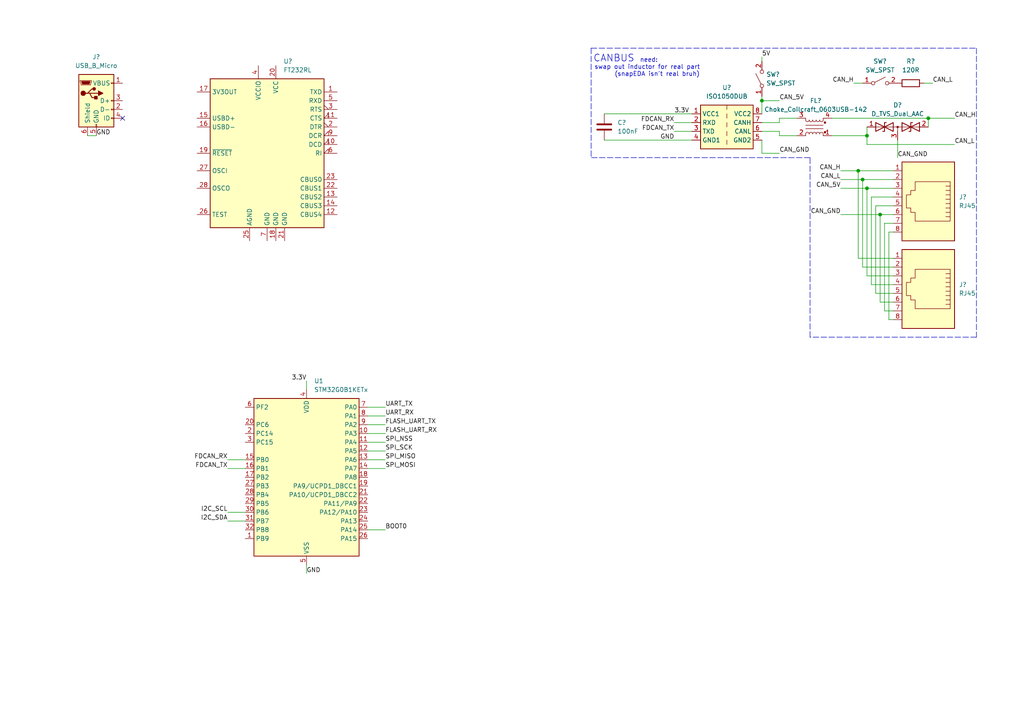
<source format=kicad_sch>
(kicad_sch (version 20231120) (generator "eeschema") (generator_version "8.0")
  (paper "A4")
  (lib_symbols
    (symbol "Connector:RJ45" (pin_names (offset 1.016))
      (property "Reference" "J" (at -5.08 13.97 0))
      (property "Value" "RJ45" (at 2.54 13.97 0))
      (symbol "RJ45_0_1"
        (polyline (pts (xy -5.08 4.445) (xy -6.35 4.445)))
        (polyline (pts (xy -5.08 5.715) (xy -6.35 5.715)))
        (polyline (pts (xy -6.35 -3.175) (xy -5.08 -3.175) (xy -5.08 -3.175)))
        (polyline (pts (xy -6.35 -1.905) (xy -5.08 -1.905) (xy -5.08 -1.905)))
        (polyline (pts (xy -6.35 -0.635) (xy -5.08 -0.635) (xy -5.08 -0.635)))
        (polyline (pts (xy -6.35 0.635) (xy -5.08 0.635) (xy -5.08 0.635)))
        (polyline (pts (xy -6.35 1.905) (xy -5.08 1.905) (xy -5.08 1.905)))
        (polyline (pts (xy -5.08 3.175) (xy -6.35 3.175) (xy -6.35 3.175)))
        (polyline (pts (xy -6.35 -4.445) (xy -6.35 6.985) (xy 3.81 6.985) (xy 3.81 4.445) (xy 5.08 4.445) (xy 5.08 3.175) (xy 6.35 3.175) (xy 6.35 -0.635) (xy 5.08 -0.635) (xy 5.08 -1.905) (xy 3.81 -1.905) (xy 3.81 -4.445) (xy -6.35 -4.445) (xy -6.35 -4.445)))
        (rectangle (start 7.62 12.7) (end -7.62 -10.16) (stroke (width 0.254)) (fill (type background)))
      )
      (symbol "RJ45_1_1"
        (pin passive line (at 10.16 -7.62 180) (length 2.54) (name "~") (number "1"))
        (pin passive line (at 10.16 -5.08 180) (length 2.54) (name "~") (number "2"))
        (pin passive line (at 10.16 -2.54 180) (length 2.54) (name "~") (number "3"))
        (pin passive line (at 10.16 0 180) (length 2.54) (name "~") (number "4"))
        (pin passive line (at 10.16 2.54 180) (length 2.54) (name "~") (number "5"))
        (pin passive line (at 10.16 5.08 180) (length 2.54) (name "~") (number "6"))
        (pin passive line (at 10.16 7.62 180) (length 2.54) (name "~") (number "7"))
        (pin passive line (at 10.16 10.16 180) (length 2.54) (name "~") (number "8"))
      )
    )
    (symbol "Connector:USB_B_Micro" (pin_names (offset 1.016))
      (property "Reference" "J" (at -5.08 11.43 0))
      (property "Value" "USB_B_Micro" (at -5.08 8.89 0))
      (symbol "USB_B_Micro_0_1"
        (rectangle (start -5.08 -7.62) (end 5.08 7.62) (stroke (width 0.254)) (fill (type background)))
        (circle (center -3.81 2.159) (radius 0.635) (stroke (width 0.254)) (fill (type outline)))
        (circle (center -0.635 3.429) (radius 0.381) (stroke (width 0.254)) (fill (type outline)))
        (rectangle (start -0.127 -7.62) (end 0.127 -6.858))
        (polyline (pts (xy -1.905 2.159) (xy 0.635 2.159)) (stroke (width 0.254)))
        (polyline (pts (xy -3.175 2.159) (xy -2.54 2.159) (xy -1.27 3.429) (xy -0.635 3.429)) (stroke (width 0.254)))
        (polyline (pts (xy -2.54 2.159) (xy -1.905 2.159) (xy -1.27 0.889) (xy 0 0.889)) (stroke (width 0.254)))
        (polyline (pts (xy 0.635 2.794) (xy 0.635 1.524) (xy 1.905 2.159) (xy 0.635 2.794)) (stroke (width 0.254)) (fill (type outline)))
        (polyline (pts (xy -4.318 5.588) (xy -1.778 5.588) (xy -2.032 4.826) (xy -4.064 4.826) (xy -4.318 5.588)) (fill (type outline)))
        (polyline (pts (xy -4.699 5.842) (xy -4.699 5.588) (xy -4.445 4.826) (xy -4.445 4.572) (xy -1.651 4.572) (xy -1.651 4.826) (xy -1.397 5.588) (xy -1.397 5.842) (xy -4.699 5.842)))
        (rectangle (start 0.254 1.27) (end -0.508 0.508) (stroke (width 0.254)) (fill (type outline)))
        (rectangle (start 5.08 -5.207) (end 4.318 -4.953))
        (rectangle (start 5.08 -2.667) (end 4.318 -2.413))
        (rectangle (start 5.08 -0.127) (end 4.318 0.127))
        (rectangle (start 5.08 4.953) (end 4.318 5.207))
      )
      (symbol "USB_B_Micro_1_1"
        (pin power_out line (at 7.62 5.08 180) (length 2.54) (name "VBUS") (number "1"))
        (pin bidirectional line (at 7.62 -2.54 180) (length 2.54) (name "D-") (number "2"))
        (pin bidirectional line (at 7.62 0 180) (length 2.54) (name "D+") (number "3"))
        (pin passive line (at 7.62 -5.08 180) (length 2.54) (name "ID") (number "4"))
        (pin power_out line (at 0 -10.16 90) (length 2.54) (name "GND") (number "5"))
        (pin passive line (at -2.54 -10.16 90) (length 2.54) (name "Shield") (number "6"))
      )
    )
    (symbol "Device:C" (pin_numbers hide) (pin_names (offset 0.254))
      (property "Reference" "C" (at 0.635 2.54 0))
      (property "Value" "C" (at 0.635 -2.54 0))
      (symbol "C_0_1"
        (polyline (pts (xy -2.032 -0.762) (xy 2.032 -0.762)) (stroke (width 0.508)))
        (polyline (pts (xy -2.032 0.762) (xy 2.032 0.762)) (stroke (width 0.508)))
      )
      (symbol "C_1_1"
        (pin passive line (at 0 3.81 270) (length 2.794) (name "~") (number "1"))
        (pin passive line (at 0 -3.81 90) (length 2.794) (name "~") (number "2"))
      )
    )
    (symbol "Device:D_TVS_Dual_AAC" (pin_names (offset 1.016) hide)
      (property "Reference" "D" (at 0 4.445 0))
      (property "Value" "D_TVS_Dual_AAC" (at 0 2.54 0))
      (symbol "D_TVS_Dual_AAC_0_0"
        (polyline (pts (xy 0 -1.27) (xy 0 0)))
      )
      (symbol "D_TVS_Dual_AAC_0_1"
        (polyline (pts (xy -6.35 0) (xy 6.35 0)))
        (polyline (pts (xy -3.302 1.27) (xy -3.81 1.27) (xy -3.81 -1.27) (xy -4.318 -1.27)) (stroke (width 0.254)))
        (polyline (pts (xy 4.318 1.27) (xy 3.81 1.27) (xy 3.81 -1.27) (xy 3.302 -1.27)) (stroke (width 0.254)))
        (polyline (pts (xy -6.35 1.27) (xy -1.27 -1.27) (xy -1.27 1.27) (xy -6.35 -1.27) (xy -6.35 1.27)) (stroke (width 0.254)))
        (polyline (pts (xy 6.35 1.27) (xy 1.27 -1.27) (xy 1.27 1.27) (xy 6.35 -1.27) (xy 6.35 1.27)) (stroke (width 0.254)))
        (circle (center 0 0) (radius 0.254) (fill (type outline)))
      )
      (symbol "D_TVS_Dual_AAC_1_1"
        (pin passive line (at -8.89 0 0) (length 2.54) (name "A1") (number "1"))
        (pin passive line (at 8.89 0 180) (length 2.54) (name "A2") (number "2"))
        (pin passive line (at 0 -3.81 90) (length 2.54) (name "common") (number "3"))
      )
    )
    (symbol "Device:R" (pin_numbers hide) (pin_names (offset 0))
      (property "Reference" "R" (at 2.032 0 90))
      (property "Value" "R" (at 0 0 90))
      (symbol "R_0_1"
        (rectangle (start -1.016 -2.54) (end 1.016 2.54) (stroke (width 0.254)))
      )
      (symbol "R_1_1"
        (pin passive line (at 0 3.81 270) (length 1.27) (name "~") (number "1"))
        (pin passive line (at 0 -3.81 90) (length 1.27) (name "~") (number "2"))
      )
    )
    (symbol "Filter:Choke_Coilcraft_0603USB-142" (pin_names (offset 0.254) hide)
      (property "Reference" "FL" (at 0 4.445 0))
      (property "Value" "Choke_Coilcraft_0603USB-142" (at 0 -4.445 0))
      (symbol "Choke_Coilcraft_0603USB-142_0_1"
        (circle (center -3.048 -1.27) (radius 0.254) (fill (type outline)))
        (circle (center -3.048 1.524) (radius 0.254) (fill (type outline)))
        (arc (start -2.54 2.032) (mid -2.032 1.5262) (end -1.524 2.032))
        (arc (start -1.524 -2.032) (mid -2.032 -1.5262) (end -2.54 -2.032))
        (arc (start -1.524 2.032) (mid -1.016 1.5262) (end -0.508 2.032))
        (arc (start -0.508 -2.032) (mid -1.016 -1.5262) (end -1.524 -2.032))
        (arc (start -0.508 2.032) (mid 0 1.5262) (end 0.508 2.032))
        (polyline (pts (xy -2.54 -2.032) (xy -2.54 -2.54)))
        (polyline (pts (xy -2.54 0.508) (xy 2.54 0.508)))
        (polyline (pts (xy -2.54 2.032) (xy -2.54 2.54)))
        (polyline (pts (xy 2.54 -2.032) (xy 2.54 -2.54)))
        (polyline (pts (xy 2.54 -0.508) (xy -2.54 -0.508)))
        (polyline (pts (xy 2.54 2.54) (xy 2.54 2.032)))
        (arc (start 0.508 -2.032) (mid 0 -1.5262) (end -0.508 -2.032))
        (arc (start 0.508 2.032) (mid 1.016 1.5262) (end 1.524 2.032))
        (arc (start 1.524 -2.032) (mid 1.016 -1.5262) (end 0.508 -2.032))
        (arc (start 1.524 2.032) (mid 2.032 1.5262) (end 2.54 2.032))
        (arc (start 2.54 -2.032) (mid 2.032 -1.5262) (end 1.524 -2.032))
      )
      (symbol "Choke_Coilcraft_0603USB-142_1_1"
        (pin passive line (at -5.08 2.54 0) (length 2.54) (name "1") (number "1"))
        (pin passive line (at 5.08 2.54 180) (length 2.54) (name "2") (number "2"))
        (pin passive line (at 5.08 -2.54 180) (length 2.54) (name "3") (number "3"))
        (pin passive line (at -5.08 -2.54 0) (length 2.54) (name "4") (number "4"))
      )
    )
    (symbol "Interface_CAN_LIN:ISO1050DUB"
      (property "Reference" "U" (at -6.35 6.35 0))
      (property "Value" "ISO1050DUB" (at 2.54 6.35 0))
      (symbol "ISO1050DUB_0_1"
        (rectangle (start -7.62 5.08) (end 7.62 -7.62) (stroke (width 0.254)) (fill (type background)))
        (polyline (pts (xy 0 -5.08) (xy 0 -6.35)))
        (polyline (pts (xy 0 -2.54) (xy 0 -3.81)))
        (polyline (pts (xy 0 0) (xy 0 -1.27)))
        (polyline (pts (xy 0 2.54) (xy 0 1.27)))
        (polyline (pts (xy 0 5.08) (xy 0 3.81)))
      )
      (symbol "ISO1050DUB_1_1"
        (pin power_in line (at -10.16 2.54 0) (length 2.54) (name "VCC1") (number "1"))
        (pin output line (at -10.16 0 0) (length 2.54) (name "RXD") (number "2"))
        (pin input line (at -10.16 -2.54 0) (length 2.54) (name "TXD") (number "3"))
        (pin power_in line (at -10.16 -5.08 0) (length 2.54) (name "GND1") (number "4"))
        (pin power_in line (at 10.16 -5.08 180) (length 2.54) (name "GND2") (number "5"))
        (pin bidirectional line (at 10.16 -2.54 180) (length 2.54) (name "CANL") (number "6"))
        (pin bidirectional line (at 10.16 0 180) (length 2.54) (name "CANH") (number "7"))
        (pin power_in line (at 10.16 2.54 180) (length 2.54) (name "VCC2") (number "8"))
      )
    )
    (symbol "Interface_USB:FT232RL"
      (property "Reference" "U" (at -16.51 22.86 0))
      (property "Value" "FT232RL" (at 10.16 22.86 0))
      (symbol "FT232RL_0_1"
        (rectangle (start -16.51 21.59) (end 16.51 -21.59) (stroke (width 0.254)) (fill (type background)))
      )
      (symbol "FT232RL_1_1"
        (pin output line (at 20.32 17.78 180) (length 3.81) (name "TXD") (number "1"))
        (pin input input_low (at 20.32 2.54 180) (length 3.81) (name "DCD") (number "10"))
        (pin input input_low (at 20.32 10.16 180) (length 3.81) (name "CTS") (number "11"))
        (pin bidirectional line (at 20.32 -17.78 180) (length 3.81) (name "CBUS4") (number "12"))
        (pin bidirectional line (at 20.32 -12.7 180) (length 3.81) (name "CBUS2") (number "13"))
        (pin bidirectional line (at 20.32 -15.24 180) (length 3.81) (name "CBUS3") (number "14"))
        (pin bidirectional line (at -20.32 10.16 0) (length 3.81) (name "USBD+") (number "15"))
        (pin bidirectional line (at -20.32 7.62 0) (length 3.81) (name "USBD-") (number "16"))
        (pin power_out line (at -20.32 17.78 0) (length 3.81) (name "3V3OUT") (number "17"))
        (pin power_in line (at 2.54 -25.4 90) (length 3.81) (name "GND") (number "18"))
        (pin input line (at -20.32 0 0) (length 3.81) (name "~{RESET}") (number "19"))
        (pin output output_low (at 20.32 7.62 180) (length 3.81) (name "DTR") (number "2"))
        (pin power_in line (at 2.54 25.4 270) (length 3.81) (name "VCC") (number "20"))
        (pin power_in line (at 5.08 -25.4 90) (length 3.81) (name "GND") (number "21"))
        (pin bidirectional line (at 20.32 -10.16 180) (length 3.81) (name "CBUS1") (number "22"))
        (pin bidirectional line (at 20.32 -7.62 180) (length 3.81) (name "CBUS0") (number "23"))
        (pin power_in line (at -5.08 -25.4 90) (length 3.81) (name "AGND") (number "25"))
        (pin input line (at -20.32 -17.78 0) (length 3.81) (name "TEST") (number "26"))
        (pin input line (at -20.32 -5.08 0) (length 3.81) (name "OSCI") (number "27"))
        (pin output line (at -20.32 -10.16 0) (length 3.81) (name "OSCO") (number "28"))
        (pin output output_low (at 20.32 12.7 180) (length 3.81) (name "RTS") (number "3"))
        (pin power_in line (at -2.54 25.4 270) (length 3.81) (name "VCCIO") (number "4"))
        (pin input line (at 20.32 15.24 180) (length 3.81) (name "RXD") (number "5"))
        (pin input input_low (at 20.32 0 180) (length 3.81) (name "RI") (number "6"))
        (pin power_in line (at 0 -25.4 90) (length 3.81) (name "GND") (number "7"))
        (pin input input_low (at 20.32 5.08 180) (length 3.81) (name "DCR") (number "9"))
      )
    )
    (symbol "MCU_ST_STM32G0:STM32G0B1KETx"
      (property "Reference" "U" (at -15.24 24.13 0))
      (property "Value" "STM32G0B1KETx" (at 2.54 24.13 0))
      (symbol "STM32G0B1KETx_0_1"
        (rectangle (start -15.24 -22.86) (end 15.24 22.86) (stroke (width 0.254)) (fill (type background)))
      )
      (symbol "STM32G0B1KETx_1_1"
        (pin bidirectional line (at -17.78 -17.78 0) (length 2.54) (name "PB9") (number "1"))
        (pin bidirectional line (at 17.78 12.7 180) (length 2.54) (name "PA3") (number "10"))
        (pin bidirectional line (at 17.78 10.16 180) (length 2.54) (name "PA4") (number "11"))
        (pin bidirectional line (at 17.78 7.62 180) (length 2.54) (name "PA5") (number "12"))
        (pin bidirectional line (at 17.78 5.08 180) (length 2.54) (name "PA6") (number "13"))
        (pin bidirectional line (at 17.78 2.54 180) (length 2.54) (name "PA7") (number "14"))
        (pin bidirectional line (at -17.78 5.08 0) (length 2.54) (name "PB0") (number "15"))
        (pin bidirectional line (at -17.78 2.54 0) (length 2.54) (name "PB1") (number "16"))
        (pin bidirectional line (at -17.78 0 0) (length 2.54) (name "PB2") (number "17"))
        (pin bidirectional line (at 17.78 0 180) (length 2.54) (name "PA8") (number "18"))
        (pin bidirectional line (at 17.78 -2.54 180) (length 2.54) (name "PA9/UCPD1_DBCC1") (number "19"))
        (pin bidirectional line (at -17.78 12.7 0) (length 2.54) (name "PC14") (number "2"))
        (pin bidirectional line (at -17.78 15.24 0) (length 2.54) (name "PC6") (number "20"))
        (pin bidirectional line (at 17.78 -5.08 180) (length 2.54) (name "PA10/UCPD1_DBCC2") (number "21"))
        (pin bidirectional line (at 17.78 -7.62 180) (length 2.54) (name "PA11/PA9") (number "22"))
        (pin bidirectional line (at 17.78 -10.16 180) (length 2.54) (name "PA12/PA10") (number "23"))
        (pin bidirectional line (at 17.78 -12.7 180) (length 2.54) (name "PA13") (number "24"))
        (pin bidirectional line (at 17.78 -15.24 180) (length 2.54) (name "PA14") (number "25"))
        (pin bidirectional line (at 17.78 -17.78 180) (length 2.54) (name "PA15") (number "26"))
        (pin bidirectional line (at -17.78 -2.54 0) (length 2.54) (name "PB3") (number "27"))
        (pin bidirectional line (at -17.78 -5.08 0) (length 2.54) (name "PB4") (number "28"))
        (pin bidirectional line (at -17.78 -7.62 0) (length 2.54) (name "PB5") (number "29"))
        (pin bidirectional line (at -17.78 10.16 0) (length 2.54) (name "PC15") (number "3"))
        (pin bidirectional line (at -17.78 -10.16 0) (length 2.54) (name "PB6") (number "30"))
        (pin bidirectional line (at -17.78 -12.7 0) (length 2.54) (name "PB7") (number "31"))
        (pin bidirectional line (at -17.78 -15.24 0) (length 2.54) (name "PB8") (number "32"))
        (pin power_in line (at 0 25.4 270) (length 2.54) (name "VDD") (number "4"))
        (pin power_in line (at 0 -25.4 90) (length 2.54) (name "VSS") (number "5"))
        (pin bidirectional line (at -17.78 20.32 0) (length 2.54) (name "PF2") (number "6"))
        (pin bidirectional line (at 17.78 20.32 180) (length 2.54) (name "PA0") (number "7"))
        (pin bidirectional line (at 17.78 17.78 180) (length 2.54) (name "PA1") (number "8"))
        (pin bidirectional line (at 17.78 15.24 180) (length 2.54) (name "PA2") (number "9"))
      )
    )
    (symbol "Switch:SW_SPST" (pin_names (offset 0) hide)
      (property "Reference" "SW" (at 0 3.175 0))
      (property "Value" "SW_SPST" (at 0 -2.54 0))
      (symbol "SW_SPST_0_0"
        (circle (center -2.032 0) (radius 0.508))
        (polyline (pts (xy -1.524 0.254) (xy 1.524 1.778)))
        (circle (center 2.032 0) (radius 0.508))
      )
      (symbol "SW_SPST_1_1"
        (pin passive line (at -5.08 0 0) (length 2.54) (name "A") (number "1"))
        (pin passive line (at 5.08 0 180) (length 2.54) (name "B") (number "2"))
      )
    )
  )
  (junction (at 220.98 29.21))
  (junction (at 255.27 62.23))
  (junction (at 251.46 39.37))
  (junction (at 248.92 49.53))
  (junction (at 250.19 52.07))
  (junction (at 251.46 54.61))
  (junction (at 269.24 34.29))
  (no_connect (at 35.56 34.29))
  (wire (pts (xy 220.98 35.56) (xy 226.06 35.56)))
  (wire (pts (xy 269.24 34.29) (xy 276.86 34.29)))
  (wire (pts (xy 195.58 38.1) (xy 200.66 38.1)))
  (polyline (pts (xy 283.21 97.79) (xy 234.95 97.79)) (stroke (width 0) (type dash)))
  (wire (pts (xy 241.3 34.29) (xy 269.24 34.29)))
  (wire (pts (xy 226.06 35.56) (xy 226.06 34.29)))
  (wire (pts (xy 243.84 54.61) (xy 251.46 54.61)))
  (wire (pts (xy 255.27 87.63) (xy 259.08 87.63)))
  (wire (pts (xy 254 59.69) (xy 254 85.09)))
  (wire (pts (xy 256.54 90.17) (xy 259.08 90.17)))
  (wire (pts (xy 254 85.09) (xy 259.08 85.09)))
  (wire (pts (xy 88.9 163.83) (xy 88.9 166.37)))
  (wire (pts (xy 267.97 24.13) (xy 270.51 24.13)))
  (wire (pts (xy 220.98 44.45) (xy 226.06 44.45)))
  (wire (pts (xy 220.98 33.02) (xy 220.98 29.21)))
  (wire (pts (xy 259.08 62.23) (xy 255.27 62.23)))
  (wire (pts (xy 251.46 39.37) (xy 251.46 41.91)))
  (wire (pts (xy 251.46 39.37) (xy 251.46 36.83)))
  (wire (pts (xy 243.84 49.53) (xy 248.92 49.53)))
  (wire (pts (xy 259.08 49.53) (xy 248.92 49.53)))
  (polyline (pts (xy 234.95 45.72) (xy 171.45 45.72)) (stroke (width 0) (type dash)))
  (wire (pts (xy 220.98 38.1) (xy 226.06 38.1)))
  (wire (pts (xy 255.27 62.23) (xy 255.27 87.63)))
  (wire (pts (xy 252.73 57.15) (xy 252.73 82.55)))
  (wire (pts (xy 250.19 52.07) (xy 250.19 77.47)))
  (wire (pts (xy 106.68 125.73) (xy 111.76 125.73)))
  (wire (pts (xy 25.4 39.37) (xy 27.94 39.37)))
  (wire (pts (xy 106.68 130.81) (xy 111.76 130.81)))
  (wire (pts (xy 259.08 67.31) (xy 257.81 67.31)))
  (wire (pts (xy 226.06 38.1) (xy 226.06 39.37)))
  (wire (pts (xy 257.81 67.31) (xy 257.81 92.71)))
  (wire (pts (xy 220.98 40.64) (xy 220.98 44.45)))
  (polyline (pts (xy 234.95 97.79) (xy 234.95 45.72)) (stroke (width 0) (type dash)))
  (wire (pts (xy 250.19 77.47) (xy 259.08 77.47)))
  (wire (pts (xy 247.65 24.13) (xy 250.19 24.13)))
  (wire (pts (xy 256.54 64.77) (xy 256.54 90.17)))
  (wire (pts (xy 226.06 39.37) (xy 231.14 39.37)))
  (polyline (pts (xy 283.21 13.97) (xy 283.21 97.79)) (stroke (width 0) (type dash)))
  (wire (pts (xy 251.46 41.91) (xy 276.86 41.91)))
  (wire (pts (xy 248.92 49.53) (xy 248.92 74.93)))
  (wire (pts (xy 106.68 153.67) (xy 111.76 153.67)))
  (wire (pts (xy 269.24 34.29) (xy 269.24 36.83)))
  (polyline (pts (xy 171.45 13.97) (xy 171.45 45.72)) (stroke (width 0) (type dash)))
  (wire (pts (xy 66.04 133.35) (xy 71.12 133.35)))
  (wire (pts (xy 259.08 54.61) (xy 251.46 54.61)))
  (wire (pts (xy 66.04 135.89) (xy 71.12 135.89)))
  (wire (pts (xy 251.46 54.61) (xy 251.46 80.01)))
  (wire (pts (xy 259.08 59.69) (xy 254 59.69)))
  (polyline (pts (xy 171.45 13.97) (xy 283.21 13.97)) (stroke (width 0) (type dash)))
  (wire (pts (xy 106.68 128.27) (xy 111.76 128.27)))
  (wire (pts (xy 260.35 40.64) (xy 260.35 45.72)))
  (wire (pts (xy 259.08 52.07) (xy 250.19 52.07)))
  (wire (pts (xy 251.46 80.01) (xy 259.08 80.01)))
  (wire (pts (xy 241.3 39.37) (xy 251.46 39.37)))
  (wire (pts (xy 226.06 34.29) (xy 231.14 34.29)))
  (wire (pts (xy 106.68 120.65) (xy 111.76 120.65)))
  (wire (pts (xy 106.68 135.89) (xy 111.76 135.89)))
  (wire (pts (xy 248.92 74.93) (xy 259.08 74.93)))
  (wire (pts (xy 259.08 64.77) (xy 256.54 64.77)))
  (wire (pts (xy 66.04 148.59) (xy 71.12 148.59)))
  (wire (pts (xy 255.27 62.23) (xy 243.84 62.23)))
  (wire (pts (xy 66.04 151.13) (xy 71.12 151.13)))
  (wire (pts (xy 106.68 123.19) (xy 111.76 123.19)))
  (wire (pts (xy 220.98 29.21) (xy 226.06 29.21)))
  (wire (pts (xy 257.81 92.71) (xy 259.08 92.71)))
  (wire (pts (xy 175.26 40.64) (xy 200.66 40.64)))
  (wire (pts (xy 243.84 52.07) (xy 250.19 52.07)))
  (wire (pts (xy 220.98 27.94) (xy 220.98 29.21)))
  (wire (pts (xy 175.26 33.02) (xy 200.66 33.02)))
  (wire (pts (xy 88.9 110.49) (xy 88.9 113.03)))
  (wire (pts (xy 106.68 133.35) (xy 111.76 133.35)))
  (wire (pts (xy 195.58 35.56) (xy 200.66 35.56)))
  (wire (pts (xy 220.98 16.51) (xy 220.98 17.78)))
  (wire (pts (xy 106.68 118.11) (xy 111.76 118.11)))
  (wire (pts (xy 252.73 82.55) (xy 259.08 82.55)))
  (wire (pts (xy 259.08 57.15) (xy 252.73 57.15)))
  (text "need:\nswap out inductor for real part \n	(snapEDA isn't real bruh)" (at 188.214 19.558 0) (effects (font (size 1.27 1.27))))
  (text "CANBUS" (at 178.054 17.018 0) (effects (font (size 2 2))))
  (label "SPI_MISO" (at 111.76 133.35 0))
  (label "FDCAN_RX" (at 66.04 133.35 180))
  (label "5V" (at 220.98 16.51 0))
  (label "CAN_5V" (at 243.84 54.61 180))
  (label "CAN_GND" (at 260.35 45.72 0))
  (label "CAN_L" (at 270.51 24.13 0))
  (label "FLASH_UART_RX" (at 111.76 125.73 0))
  (label "CAN_GND" (at 243.84 62.23 180))
  (label "GND" (at 195.58 40.64 180))
  (label "CAN_H" (at 247.65 24.13 180))
  (label "GND" (at 88.9 166.37 0))
  (label "CAN_5V" (at 226.06 29.21 0))
  (label "BOOT0" (at 111.76 153.67 0))
  (label "I2C_SCL" (at 66.04 148.59 180))
  (label "CAN_L" (at 243.84 52.07 180))
  (label "FDCAN_TX" (at 66.04 135.89 180))
  (label "SPI_SCK" (at 111.76 130.81 0))
  (label "CAN_H" (at 243.84 49.53 180))
  (label "I2C_SDA" (at 66.04 151.13 180))
  (label "FLASH_UART_TX" (at 111.76 123.19 0))
  (label "3.3V" (at 195.58 33.02 0))
  (label "FDCAN_RX" (at 195.58 35.56 180))
  (label "GND" (at 27.94 39.37 0))
  (label "SPI_MOSI" (at 111.76 135.89 0))
  (label "UART_TX" (at 111.76 118.11 0))
  (label "UART_RX" (at 111.76 120.65 0))
  (label "FDCAN_TX" (at 195.58 38.1 180))
  (label "SPI_NSS" (at 111.76 128.27 0))
  (label "CAN_GND" (at 226.06 44.45 0))
  (label "CAN_L" (at 276.86 41.91 0))
  (label "CAN_H" (at 276.86 34.29 0))
  (label "3.3V" (at 88.9 110.49 180))
  (symbol (lib_id "Filter:Choke_Coilcraft_0603USB-142") (at 236.22 36.83 180) (unit 1)
    (property "Reference" "FL?" (at 236.601 29.21 0))
    (property "Value" "Choke_Coilcraft_0603USB-142" (at 236.601 31.75 0))
    (property "Footprint" "Inductor_SMD:L_CommonModeChoke_Coilcraft_0603USB" (effects (hide yes)))
    (property "Datasheet" "https://www.coilcraft.com/pdfs/0603usb.pdf" (effects (hide yes)))
    (property "Description" "Common mode choke, 500mA, 250VAC, 98nH, 174mohm, 1.9Ghz, " (effects (hide yes)))
  )
  (symbol (lib_id "Device:C") (at 175.26 36.83 0) (unit 1)
    (property "Reference" "C?" (at 179.07 35.5599 0) (effects (justify left)))
    (property "Value" "100nF" (at 179.07 38.0999 0) (effects (justify left)))
    (property "Description" "Unpolarized capacitor" (effects (hide yes)))
  )
  (symbol (lib_id "Connector:RJ45") (at 269.24 82.55 180) (unit 1)
    (property "Reference" "J?" (at 278.13 82.5499 0) (effects (justify right)))
    (property "Value" "RJ45" (at 278.13 85.0899 0) (effects (justify right)))
    (property "Description" "RJ connector, 8P8C (8 positions 8 connected)" (effects (hide yes)))
  )
  (symbol (lib_id "Switch:SW_SPST") (at 255.27 24.13 0) (unit 1)
    (property "Reference" "SW?" (at 255.27 17.78 0))
    (property "Value" "SW_SPST" (at 255.27 20.32 0))
    (property "Description" "Single Pole Single Throw (SPST) switch" (effects (hide yes)))
  )
  (symbol (lib_id "Connector:RJ45") (at 269.24 57.15 180) (unit 1)
    (property "Reference" "J?" (at 278.13 57.1499 0) (effects (justify right)))
    (property "Value" "RJ45" (at 278.13 59.6899 0) (effects (justify right)))
    (property "Description" "RJ connector, 8P8C (8 positions 8 connected)" (effects (hide yes)))
  )
  (symbol (lib_id "Connector:USB_B_Micro") (at 27.94 29.21 0) (unit 1)
    (property "Reference" "J?" (at 27.94 16.51 0))
    (property "Value" "USB_B_Micro" (at 27.94 19.05 0))
    (property "Description" "USB Micro Type B connector" (effects (hide yes)))
  )
  (symbol (lib_id "Device:R") (at 264.16 24.13 90) (unit 1)
    (property "Reference" "R?" (at 264.16 17.78 90))
    (property "Value" "120R" (at 264.16 20.32 90))
    (property "Description" "Resistor" (effects (hide yes)))
  )
  (symbol (lib_id "Interface_USB:FT232RL") (at 77.47 44.45 0) (unit 1)
    (property "Reference" "U?" (at 82.2041 17.78 0) (effects (justify left)))
    (property "Value" "FT232RL" (at 82.2041 20.32 0) (effects (justify left)))
    (property "Footprint" "Package_SO:SSOP-28_5.3x10.2mm_P0.65mm" (effects (hide yes)))
    (property "Datasheet" "https://www.ftdichip.com/Support/Documents/DataSheets/ICs/DS_FT232R.pdf" (effects (hide yes)))
    (property "Description" "USB to Serial Interface, SSOP-28" (effects (hide yes)))
  )
  (symbol (lib_id "Switch:SW_SPST") (at 220.98 22.86 90) (unit 1)
    (property "Reference" "SW?" (at 222.25 21.5899 90) (effects (justify right)))
    (property "Value" "SW_SPST" (at 222.25 24.1299 90) (effects (justify right)))
    (property "Description" "Single Pole Single Throw (SPST) switch" (effects (hide yes)))
  )
  (symbol (lib_id "MCU_ST_STM32G0:STM32G0B1KETx") (at 88.9 138.43 0) (unit 1)
    (property "Reference" "U1" (at 91.0941 110.49 0) (effects (justify left)))
    (property "Value" "STM32G0B1KETx" (at 91.0941 113.03 0) (effects (justify left)))
    (property "Footprint" "Package_QFP:LQFP-32_7x7mm_P0.8mm" (effects (hide yes)))
    (property "Datasheet" "https://www.st.com/resource/en/datasheet/stm32g0b1ke.pdf" (effects (hide yes)))
    (property "Description" "STMicroelectronics Arm Cortex-M0+ MCU, 512KB flash, 144KB RAM, 64 MHz, 1.7-3.6V, 30 GPIO, LQFP32" (effects (hide yes)))
  )
  (symbol (lib_id "Device:D_TVS_Dual_AAC") (at 260.35 36.83 0) (unit 1)
    (property "Reference" "D?" (at 260.35 30.48 0))
    (property "Value" "D_TVS_Dual_AAC" (at 260.35 33.02 0))
    (property "Description" "Bidirectional dual transient-voltage-suppression diode, center on pin 3" (effects (hide yes)))
  )
  (symbol (lib_id "Interface_CAN_LIN:ISO1050DUB") (at 210.82 35.56 0) (unit 1)
    (property "Reference" "U?" (at 210.82 25.4 0))
    (property "Value" "ISO1050DUB" (at 210.82 27.94 0))
    (property "Footprint" "Package_SO:SOP-8_6.62x9.15mm_P2.54mm" (effects (hide yes)))
    (property "Datasheet" "http://www.ti.com/lit/ds/symlink/iso1050.pdf" (effects (hide yes)))
    (property "Description" "Isolated CAN Transceiver, SOP-8" (effects (hide yes)))
  )
)
</source>
